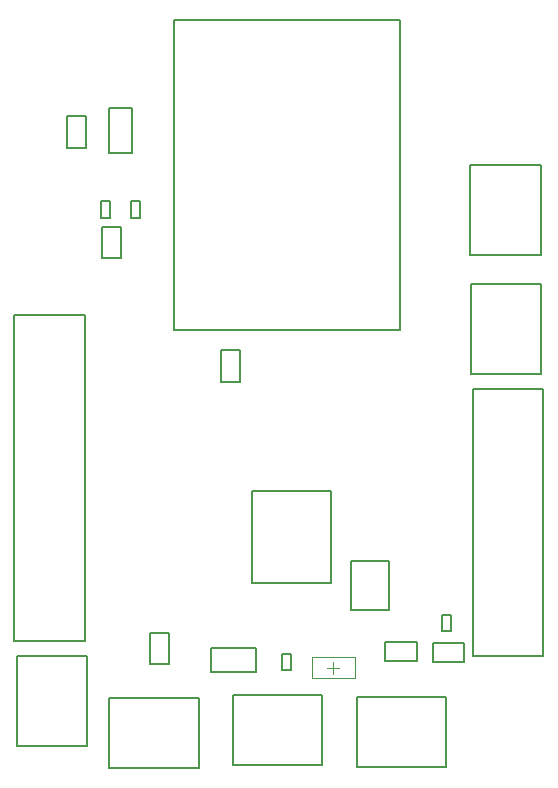
<source format=gbr>
G04*
G04 #@! TF.GenerationSoftware,Altium Limited,Altium Designer,24.2.2 (26)*
G04*
G04 Layer_Color=32768*
%FSLAX43Y43*%
%MOMM*%
G71*
G04*
G04 #@! TF.SameCoordinates,78AD72C9-59E1-4A50-B3D3-B96FA2B5B495*
G04*
G04*
G04 #@! TF.FilePolarity,Positive*
G04*
G01*
G75*
%ADD11C,0.200*%
%ADD55C,0.050*%
D11*
X3675Y14125D02*
X9625D01*
X3675Y6525D02*
Y14125D01*
Y6525D02*
X9625D01*
Y14125D01*
X3500Y15450D02*
X9450D01*
Y43050D01*
X3500D02*
X9450D01*
X3500Y15450D02*
Y43050D01*
X7975Y57196D02*
X9575D01*
Y59854D01*
X7975D02*
X9575D01*
X7975Y57196D02*
Y59854D01*
X10837Y52687D02*
X11587D01*
X10837Y51287D02*
Y52687D01*
Y51287D02*
X11587D01*
Y52687D01*
X13350Y51275D02*
X14100D01*
Y52675D01*
X13350D02*
X14100D01*
X13350Y51275D02*
Y52675D01*
X21000Y40029D02*
X22600D01*
X21000Y37371D02*
Y40029D01*
Y37371D02*
X22600D01*
Y40029D01*
X42100Y55750D02*
X48050D01*
X42100Y48150D02*
Y55750D01*
Y48150D02*
X48050D01*
Y55750D01*
X42125Y45675D02*
X48075D01*
X42125Y38075D02*
Y45675D01*
Y38075D02*
X48075D01*
Y45675D01*
X42325Y36725D02*
X48275D01*
X42325Y14125D02*
Y36725D01*
Y14125D02*
X48275D01*
Y36725D01*
X21975Y4925D02*
Y10875D01*
Y4925D02*
X29575D01*
Y10875D01*
X21975D02*
X29575D01*
X15000Y13446D02*
X16600D01*
Y16104D01*
X15000D02*
X16600D01*
X15000Y13446D02*
Y16104D01*
X11469Y60556D02*
X13481D01*
X11469Y56744D02*
Y60556D01*
Y56744D02*
X13481D01*
Y60556D01*
X10950Y47846D02*
X12550D01*
Y50504D01*
X10950D02*
X12550D01*
X10950Y47846D02*
Y50504D01*
X23956Y12844D02*
Y14856D01*
X20144D02*
X23956D01*
X20144Y12844D02*
Y14856D01*
Y12844D02*
X23956D01*
X26125Y12950D02*
X26875D01*
Y14350D01*
X26125D02*
X26875D01*
X26125Y12950D02*
Y14350D01*
X32475Y4775D02*
Y10725D01*
Y4775D02*
X40075D01*
Y10725D01*
X32475D02*
X40075D01*
X34896Y13725D02*
Y15325D01*
Y13725D02*
X37554D01*
Y15325D01*
X34896D02*
X37554D01*
X41554Y13650D02*
Y15250D01*
X38896D02*
X41554D01*
X38896Y13650D02*
Y15250D01*
Y13650D02*
X41554D01*
X23597Y20328D02*
X30302D01*
Y28122D01*
X23597D02*
X30302D01*
X23597Y20328D02*
Y28122D01*
X32025Y18025D02*
X35225D01*
Y22225D01*
X32025D02*
X35225D01*
X32025Y18025D02*
Y22225D01*
X16975Y41795D02*
Y68045D01*
Y41795D02*
X36175D01*
Y68045D01*
X16975D02*
X36175D01*
X39675Y16250D02*
X40425D01*
Y17650D01*
X39675D02*
X40425D01*
X39675Y16250D02*
Y17650D01*
X11525Y4675D02*
Y10625D01*
Y4675D02*
X19125D01*
Y10625D01*
X11525D02*
X19125D01*
D55*
X30000Y13175D02*
X31000D01*
X30500Y12675D02*
Y13675D01*
X28700Y12300D02*
X32300D01*
X28700D02*
Y14050D01*
X32300D01*
Y12300D02*
Y14050D01*
M02*

</source>
